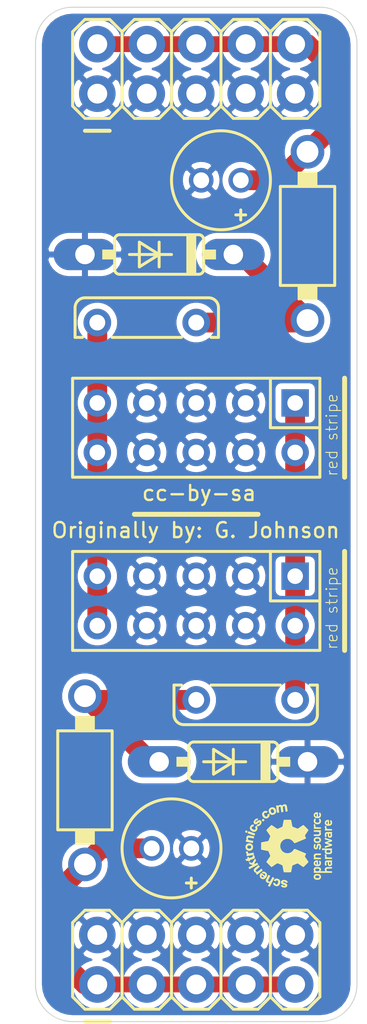
<source format=kicad_pcb>
(kicad_pcb (version 20171130) (host pcbnew "(5.1.5)-3")
  (layers (0 Top signal) (31 Bottom signal) (34 B.Paste user) (35 F.Paste user) (36 B.SilkS user) (37 F.SilkS user) (38 B.Mask user) (39 F.Mask user) (44 Edge.Cuts user))
  (net 0 "")
  (net 1 GND)
  (net 2 VCC)
  (net 3 VEE)
  (net 4 /+12V)
  (net 5 /-12V)
  (net 6 "Net-(-FUSE1-Pad2)")
  (net 7 "Net-(+FUSE1-Pad2)")
  (module _NTSFootprints:schenktronics.com_OSHW_Logo_6x6mm (layer Top) (at 153.5 122 90)
    (fp_text reference G*** hide)
    (fp_text value LOGO hide)
  )
  (module bbf-europower:AVR_ICSP (layer Top) (at 148.5011 82.1386 90)
    (fp_text reference JP1 hide)
    (fp_text value M05X2PTH hide)
    (pad 10 thru_hole circle (at 1.27 5.08) (size 1.8796 1.8796) (drill 1.016) (layers *.Cu *.Mask) (net 2 VCC))
    (pad 9 thru_hole circle (at -1.27 5.08) (size 1.8796 1.8796) (drill 1.016) (layers *.Cu *.Mask) (net 1 GND))
    (pad 8 thru_hole circle (at 1.27 2.54) (size 1.8796 1.8796) (drill 1.016) (layers *.Cu *.Mask) (net 2 VCC))
    (pad 7 thru_hole circle (at -1.27 2.54) (size 1.8796 1.8796) (drill 1.016) (layers *.Cu *.Mask) (net 1 GND))
    (pad 6 thru_hole circle (at 1.27 0) (size 1.8796 1.8796) (drill 1.016) (layers *.Cu *.Mask) (net 2 VCC))
    (pad 5 thru_hole circle (at -1.27 0) (size 1.8796 1.8796) (drill 1.016) (layers *.Cu *.Mask) (net 1 GND))
    (pad 4 thru_hole circle (at 1.27 -2.54) (size 1.8796 1.8796) (drill 1.016) (layers *.Cu *.Mask) (net 2 VCC))
    (pad 3 thru_hole circle (at -1.27 -2.54) (size 1.8796 1.8796) (drill 1.016) (layers *.Cu *.Mask) (net 1 GND))
    (pad 2 thru_hole circle (at 1.27 -5.08) (size 1.8796 1.8796) (drill 1.016) (layers *.Cu *.Mask) (net 2 VCC))
    (pad 1 thru_hole circle (at -1.27 -5.08) (size 1.8796 1.8796) (drill 1.016) (layers *.Cu *.Mask) (net 1 GND))
  )
  (module bbf-europower:AVR_ICSP (layer Top) (at 148.5011 127.8586 90)
    (fp_text reference JP2 hide)
    (fp_text value M05X2PTH hide)
    (pad 10 thru_hole circle (at 1.27 5.08) (size 1.8796 1.8796) (drill 1.016) (layers *.Cu *.Mask) (net 1 GND))
    (pad 9 thru_hole circle (at -1.27 5.08) (size 1.8796 1.8796) (drill 1.016) (layers *.Cu *.Mask) (net 3 VEE))
    (pad 8 thru_hole circle (at 1.27 2.54) (size 1.8796 1.8796) (drill 1.016) (layers *.Cu *.Mask) (net 1 GND))
    (pad 7 thru_hole circle (at -1.27 2.54) (size 1.8796 1.8796) (drill 1.016) (layers *.Cu *.Mask) (net 3 VEE))
    (pad 6 thru_hole circle (at 1.27 0) (size 1.8796 1.8796) (drill 1.016) (layers *.Cu *.Mask) (net 1 GND))
    (pad 5 thru_hole circle (at -1.27 0) (size 1.8796 1.8796) (drill 1.016) (layers *.Cu *.Mask) (net 3 VEE))
    (pad 4 thru_hole circle (at 1.27 -2.54) (size 1.8796 1.8796) (drill 1.016) (layers *.Cu *.Mask) (net 1 GND))
    (pad 3 thru_hole circle (at -1.27 -2.54) (size 1.8796 1.8796) (drill 1.016) (layers *.Cu *.Mask) (net 3 VEE))
    (pad 2 thru_hole circle (at 1.27 -5.08) (size 1.8796 1.8796) (drill 1.016) (layers *.Cu *.Mask) (net 1 GND))
    (pad 1 thru_hole circle (at -1.27 -5.08) (size 1.8796 1.8796) (drill 1.016) (layers *.Cu *.Mask) (net 3 VEE))
  )
  (module bbf-europower:M2X5 (layer Top) (at 148.5011 100.5536 180)
    (fp_text reference J1 hide)
    (fp_text value CON_HEADER_2X05-PTH hide)
    (pad 10 thru_hole circle (at 5.08 -1.27 180) (size 1.4096 1.4096) (drill 0.8) (layers *.Cu *.Mask) (net 4 /+12V))
    (pad 9 thru_hole circle (at 5.08 1.27 180) (size 1.4096 1.4096) (drill 0.8) (layers *.Cu *.Mask) (net 4 /+12V))
    (pad 8 thru_hole circle (at 2.54 -1.27 180) (size 1.4096 1.4096) (drill 0.8) (layers *.Cu *.Mask) (net 1 GND))
    (pad 7 thru_hole circle (at 2.54 1.27 180) (size 1.4096 1.4096) (drill 0.8) (layers *.Cu *.Mask) (net 1 GND))
    (pad 6 thru_hole circle (at 0 -1.27 180) (size 1.4096 1.4096) (drill 0.8) (layers *.Cu *.Mask) (net 1 GND))
    (pad 5 thru_hole circle (at 0 1.27 180) (size 1.4096 1.4096) (drill 0.8) (layers *.Cu *.Mask) (net 1 GND))
    (pad 4 thru_hole circle (at -2.54 -1.27 180) (size 1.4096 1.4096) (drill 0.8) (layers *.Cu *.Mask) (net 1 GND))
    (pad 3 thru_hole circle (at -2.54 1.27 180) (size 1.4096 1.4096) (drill 0.8) (layers *.Cu *.Mask) (net 1 GND))
    (pad 2 thru_hole circle (at -5.08 -1.27 180) (size 1.4096 1.4096) (drill 0.8) (layers *.Cu *.Mask) (net 5 /-12V))
    (pad 1 thru_hole rect (at -5.08 1.27 180) (size 1.4096 1.4096) (drill 0.8) (layers *.Cu *.Mask) (net 5 /-12V))
  )
  (module bbf-europower:E2-5 (layer Top) (at 149.7711 87.8536 180)
    (fp_text reference C1 hide)
    (fp_text value 47u hide)
    (pad + thru_hole circle (at -1.016 0 180) (size 1.27 1.27) (drill 0.8128) (layers *.Cu *.Mask) (net 2 VCC))
    (pad - thru_hole circle (at 1.016 0 180) (size 1.27 1.27) (drill 0.8128) (layers *.Cu *.Mask) (net 1 GND))
  )
  (module bbf-europower:E2-5 (layer Top) (at 147.2311 122.1436 180)
    (fp_text reference C2 hide)
    (fp_text value 47u hide)
    (pad + thru_hole circle (at -1.016 0 180) (size 1.27 1.27) (drill 0.8128) (layers *.Cu *.Mask) (net 1 GND))
    (pad - thru_hole circle (at 1.016 0 180) (size 1.27 1.27) (drill 0.8128) (layers *.Cu *.Mask) (net 3 VEE))
  )
  (module bbf-europower:DO35-7 (layer Top) (at 150.4061 117.6986 180)
    (fp_text reference D2 hide)
    (fp_text value 1N5819HW hide)
    (pad A thru_hole oval (at 3.81 0 180) (size 3.2192 1.6096) (drill 1) (layers *.Cu *.Mask) (net 6 "Net-(-FUSE1-Pad2)"))
    (pad C thru_hole oval (at -3.81 0 180) (size 3.2192 1.6096) (drill 1) (layers *.Cu *.Mask) (net 1 GND))
  )
  (module bbf-europower:DO35-7 (layer Top) (at 146.5961 91.6636 180)
    (fp_text reference D1 hide)
    (fp_text value 1N5819HW hide)
    (pad A thru_hole oval (at 3.81 0 180) (size 3.2192 1.6096) (drill 1) (layers *.Cu *.Mask) (net 1 GND))
    (pad C thru_hole oval (at -3.81 0 180) (size 3.2192 1.6096) (drill 1) (layers *.Cu *.Mask) (net 7 "Net-(+FUSE1-Pad2)"))
  )
  (module bbf-europower:FBS (layer Top) (at 154.2161 90.7111 90)
    (fp_text reference L1 hide)
    (fp_text value FERRITE-SHORT)
    (pad 1 thru_hole circle (at -4.318 0 90) (size 1.7272 1.7272) (drill 1.1176) (layers *.Cu *.Mask) (net 7 "Net-(+FUSE1-Pad2)"))
    (pad 2 thru_hole circle (at 4.318 0 90) (size 1.7272 1.7272) (drill 1.1176) (layers *.Cu *.Mask) (net 2 VCC))
  )
  (module bbf-europower:FBS (layer Top) (at 142.7861 118.6511 270)
    (fp_text reference L2 hide)
    (fp_text value FERRITE-SHORT)
    (pad 1 thru_hole circle (at -4.318 0 270) (size 1.7272 1.7272) (drill 1.1176) (layers *.Cu *.Mask) (net 6 "Net-(-FUSE1-Pad2)"))
    (pad 2 thru_hole circle (at 4.318 0 270) (size 1.7272 1.7272) (drill 1.1176) (layers *.Cu *.Mask) (net 3 VEE))
  )
  (module bbf-europower:M2X5 (layer Top) (at 148.5011 109.4436 180)
    (fp_text reference J2 hide)
    (fp_text value CON_HEADER_2X05-PTH hide)
    (pad 10 thru_hole circle (at 5.08 -1.27 180) (size 1.4096 1.4096) (drill 0.8) (layers *.Cu *.Mask) (net 4 /+12V))
    (pad 9 thru_hole circle (at 5.08 1.27 180) (size 1.4096 1.4096) (drill 0.8) (layers *.Cu *.Mask) (net 4 /+12V))
    (pad 8 thru_hole circle (at 2.54 -1.27 180) (size 1.4096 1.4096) (drill 0.8) (layers *.Cu *.Mask) (net 1 GND))
    (pad 7 thru_hole circle (at 2.54 1.27 180) (size 1.4096 1.4096) (drill 0.8) (layers *.Cu *.Mask) (net 1 GND))
    (pad 6 thru_hole circle (at 0 -1.27 180) (size 1.4096 1.4096) (drill 0.8) (layers *.Cu *.Mask) (net 1 GND))
    (pad 5 thru_hole circle (at 0 1.27 180) (size 1.4096 1.4096) (drill 0.8) (layers *.Cu *.Mask) (net 1 GND))
    (pad 4 thru_hole circle (at -2.54 -1.27 180) (size 1.4096 1.4096) (drill 0.8) (layers *.Cu *.Mask) (net 1 GND))
    (pad 3 thru_hole circle (at -2.54 1.27 180) (size 1.4096 1.4096) (drill 0.8) (layers *.Cu *.Mask) (net 1 GND))
    (pad 2 thru_hole circle (at -5.08 -1.27 180) (size 1.4096 1.4096) (drill 0.8) (layers *.Cu *.Mask) (net 5 /-12V))
    (pad 1 thru_hole rect (at -5.08 1.27 180) (size 1.4096 1.4096) (drill 0.8) (layers *.Cu *.Mask) (net 5 /-12V))
  )
  (module bbf-europower:C050H075X075 (layer Top) (at 145.9611 95.1561)
    (fp_text reference +FUSE1 hide)
    (fp_text value +FUSE hide)
    (pad 2 thru_hole circle (at 2.54 0) (size 1.4224 1.4224) (drill 0.8128) (layers *.Cu *.Mask) (net 7 "Net-(+FUSE1-Pad2)"))
    (pad 1 thru_hole circle (at -2.54 0) (size 1.4224 1.4224) (drill 0.8128) (layers *.Cu *.Mask) (net 4 /+12V))
  )
  (module bbf-europower:C050H075X075 (layer Top) (at 151.0411 114.5236 180)
    (fp_text reference -FUSE1 hide)
    (fp_text value -FUSE hide)
    (pad 2 thru_hole circle (at 2.54 0 180) (size 1.4224 1.4224) (drill 0.8128) (layers *.Cu *.Mask) (net 6 "Net-(-FUSE1-Pad2)"))
    (pad 1 thru_hole circle (at -2.54 0 180) (size 1.4224 1.4224) (drill 0.8128) (layers *.Cu *.Mask) (net 5 /-12V))
  )
  (gr_arc (start 154.8511 129.1286) (end 154.8511 131.0336) (angle -90) (layer Edge.Cuts) (width 0.05))
  (gr_line (start 156.7561 129.1286) (end 156.7561 80.8686) (layer Edge.Cuts) (width 0.05))
  (gr_arc (start 154.8611 80.8686) (end 156.7561 80.8686) (angle -90) (layer Edge.Cuts) (width 0.05))
  (gr_line (start 154.8611 78.9736) (end 142.1411 78.9736) (layer Edge.Cuts) (width 0.05))
  (gr_arc (start 142.1411 80.8686) (end 142.1411 78.9736) (angle -90) (layer Edge.Cuts) (width 0.05))
  (gr_line (start 140.2461 80.8686) (end 140.2461 129.1286) (layer Edge.Cuts) (width 0.05))
  (gr_arc (start 142.1511 129.1286) (end 140.2461 129.1286) (angle -90) (layer Edge.Cuts) (width 0.05))
  (gr_line (start 142.1511 131.0336) (end 154.8511 131.0336) (layer Edge.Cuts) (width 0.05))
  (gr_text cc-by-sa (at 145.6436 104.3636) (layer F.SilkS) (effects (font (size 0.77216 0.77216) (thickness 0.12192)) (justify left bottom)))
  (gr_text "Originally by: G. Johnson" (at 141 106.2686) (layer F.SilkS) (effects (font (size 0.77216 0.77216) (thickness 0.12192)) (justify left bottom)))
  (gr_line (start 145.3261 104.9986) (end 151.6761 104.9986) (layer F.SilkS) (width 0.254))
  (gr_text "red stripe" (at 155.8036 111.9836 90) (layer F.SilkS) (effects (font (size 0.57912 0.57912) (thickness 0.048768)) (justify left bottom)))
  (gr_line (start 156.1211 111.9836) (end 156.1211 106.9036) (layer F.SilkS) (width 0.254))
  (gr_text "red stripe" (at 155.8036 103.0936 90) (layer F.SilkS) (effects (font (size 0.57912 0.57912) (thickness 0.048768)) (justify left bottom)))
  (gr_line (start 156.1211 103.0936) (end 156.1211 98.0136) (layer F.SilkS) (width 0.254))
  (segment (start 145.9611 80.8686) (end 143.4211 80.8686) (width 0.8128) (layer Top) (net 2))
  (segment (start 148.5011 80.8686) (end 145.9611 80.8686) (width 0.8128) (layer Top) (net 2))
  (segment (start 148.5011 80.8686) (end 151.0411 80.8686) (width 0.8128) (layer Top) (net 2))
  (segment (start 151.0411 80.8686) (end 153.5811 80.8686) (width 0.8128) (layer Top) (net 2))
  (segment (start 154.2161 86.3931) (end 155.4861 85.1231) (width 1.016) (layer Top) (net 2))
  (segment (start 155.4861 85.1231) (end 155.4861 82.1386) (width 1.016) (layer Top) (net 2))
  (segment (start 155.4861 82.1386) (end 154.2161 80.8686) (width 1.016) (layer Top) (net 2))
  (segment (start 154.2161 80.8686) (end 153.5811 80.8686) (width 1.016) (layer Top) (net 2))
  (segment (start 154.2161 86.3931) (end 152.7556 87.8536) (width 1.016) (layer Top) (net 2))
  (segment (start 152.7556 87.8536) (end 150.7871 87.8536) (width 1.016) (layer Top) (net 2))
  (segment (start 143.4211 129.1286) (end 145.9611 129.1286) (width 0.8128) (layer Top) (net 3))
  (segment (start 145.9611 129.1286) (end 148.5011 129.1286) (width 0.8128) (layer Top) (net 3))
  (segment (start 148.5011 129.1286) (end 151.0411 129.1286) (width 0.8128) (layer Top) (net 3))
  (segment (start 151.0411 129.1286) (end 153.5811 129.1286) (width 0.8128) (layer Top) (net 3))
  (segment (start 142.7861 122.9691) (end 141.5161 124.2391) (width 1.016) (layer Top) (net 3))
  (segment (start 141.5161 124.2391) (end 141.5161 127.8586) (width 1.016) (layer Top) (net 3))
  (segment (start 141.5161 127.8586) (end 142.7861 129.1286) (width 1.016) (layer Top) (net 3))
  (segment (start 142.7861 129.1286) (end 143.4211 129.1286) (width 1.016) (layer Top) (net 3))
  (segment (start 142.7861 122.9691) (end 143.6116 122.1436) (width 1.016) (layer Top) (net 3))
  (segment (start 143.6116 122.1436) (end 146.2151 122.1436) (width 1.016) (layer Top) (net 3))
  (segment (start 143.4211 99.2836) (end 143.4211 101.8236) (width 1.016) (layer Top) (net 4))
  (segment (start 143.4211 101.8236) (end 143.4211 108.1736) (width 1.016) (layer Top) (net 4))
  (segment (start 143.4211 108.1736) (end 143.4211 110.7136) (width 1.016) (layer Top) (net 4))
  (segment (start 143.4211 95.1561) (end 143.4211 99.2836) (width 1.016) (layer Top) (net 4))
  (segment (start 153.5811 99.2836) (end 153.5811 101.8236) (width 1.016) (layer Top) (net 5))
  (segment (start 153.5811 101.8236) (end 153.5811 108.1736) (width 1.016) (layer Top) (net 5))
  (segment (start 153.5811 108.1736) (end 153.5811 110.7136) (width 1.016) (layer Top) (net 5))
  (segment (start 153.5811 114.5236) (end 153.5811 110.7136) (width 1.016) (layer Top) (net 5))
  (segment (start 142.7861 114.3331) (end 146.1516 117.6986) (width 1.016) (layer Top) (net 6))
  (segment (start 146.1516 117.6986) (end 146.5961 117.6986) (width 1.016) (layer Top) (net 6))
  (segment (start 142.7861 114.3331) (end 142.9766 114.5236) (width 1.016) (layer Top) (net 6))
  (segment (start 142.9766 114.5236) (end 148.5011 114.5236) (width 1.016) (layer Top) (net 6))
  (segment (start 154.2161 95.0291) (end 154.0891 95.1561) (width 1.016) (layer Top) (net 7))
  (segment (start 154.0891 95.1561) (end 148.5011 95.1561) (width 1.016) (layer Top) (net 7))
  (segment (start 154.2161 95.0291) (end 150.8506 91.6636) (width 1.016) (layer Top) (net 7))
  (segment (start 150.8506 91.6636) (end 150.4061 91.6636) (width 1.016) (layer Top) (net 7))
  (zone (net 1) (net_name GND) (layer Bottom) (priority 6) (connect_pads (clearance 0.3048)) (min_thickness 0.127) (fill yes (arc_segments 32) (thermal_gap 0.304) (thermal_bridge_width 0.304))
    (polygon (pts (xy 155.474491 78.933752) (xy 155.773787 79.057725) (xy 156.045711 79.22436) (xy 156.288218 79.431482) (xy 156.49534 79.673989) (xy 156.661975 79.945913) (xy 156.784021 80.240556) (xy 156.85847 80.550663) (xy 156.8831 80.86361) (xy 156.8831 129.138595) (xy 156.785948 129.751991) (xy 156.661975 130.051287) (xy 156.49534 130.323211) (xy 156.288218 130.565718) (xy 156.045711 130.77284) (xy 155.773787 130.939475) (xy 155.479144 131.061521) (xy 155.169037 131.13597) (xy 154.85609 131.1606) (xy 142.141105 131.1606) (xy 141.527709 131.063448) (xy 141.228413 130.939475) (xy 140.956489 130.77284) (xy 140.713982 130.565718) (xy 140.50686 130.323211) (xy 140.340225 130.051287) (xy 140.218179 129.756644) (xy 140.14373 129.446537) (xy 140.1191 129.13359) (xy 140.1191 80.858605) (xy 140.216252 80.245209) (xy 140.340225 79.945913) (xy 140.50686 79.673989) (xy 140.713982 79.431482) (xy 140.956489 79.22436) (xy 141.228413 79.057725) (xy 141.523056 78.935679) (xy 141.833163 78.86123) (xy 142.14611 78.8366) (xy 154.861095 78.8366)))
  )
  (zone (net 1) (net_name GND) (layer Top) (priority 6) (connect_pads (clearance 0.3048)) (min_thickness 0.127) (fill yes (arc_segments 32) (thermal_gap 0.304) (thermal_bridge_width 0.304))
    (polygon (pts (xy 155.474491 78.933752) (xy 155.773787 79.057725) (xy 156.045711 79.22436) (xy 156.288218 79.431482) (xy 156.49534 79.673989) (xy 156.661975 79.945913) (xy 156.784021 80.240556) (xy 156.85847 80.550663) (xy 156.8831 80.86361) (xy 156.8831 129.138595) (xy 156.785948 129.751991) (xy 156.661975 130.051287) (xy 156.49534 130.323211) (xy 156.288218 130.565718) (xy 156.045711 130.77284) (xy 155.773787 130.939475) (xy 155.479144 131.061521) (xy 155.169037 131.13597) (xy 154.85609 131.1606) (xy 142.141105 131.1606) (xy 141.527709 131.063448) (xy 141.228413 130.939475) (xy 140.956489 130.77284) (xy 140.713982 130.565718) (xy 140.50686 130.323211) (xy 140.340225 130.051287) (xy 140.218179 129.756644) (xy 140.14373 129.446537) (xy 140.1191 129.13359) (xy 140.1191 80.858605) (xy 140.216252 80.245209) (xy 140.340225 79.945913) (xy 140.50686 79.673989) (xy 140.713982 79.431482) (xy 140.956489 79.22436) (xy 141.228413 79.057725) (xy 141.523056 78.935679) (xy 141.833163 78.86123) (xy 142.14611 78.8366) (xy 154.861095 78.8366)))
  )
)
</source>
